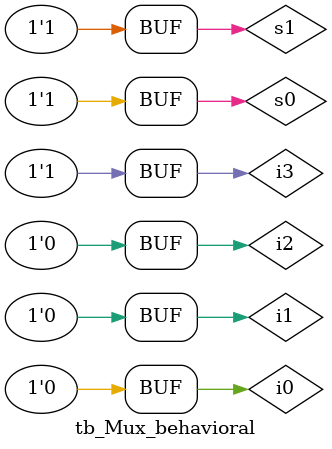
<source format=v>
`timescale 1ns / 1ps


module tb_Mux_behavioral;

// Inputs to be defined as registers
reg s1;
reg s0;
reg i0;
reg i1;
reg i2;
reg i3;

// Outputs to be defined as wires
wire d;

// Instantiate the Unit Under Test (UUT)
Mux_behavioral uut (
    .s1(s1),
    .s0(s0),
    .i0(i0),
    .i1(i1),
    .i2(i2),
    .i3(i3),
    .d(d)
);

initial begin
// initialize inputs
s1 = 0;
s0 = 0;
i0 = 0;
i1 = 0;
i2 = 0;
i3 = 0;


// wait 50ns for global reset to finish 
#50;

s1 = 0;
s0 = 0;
i0 = 0;
i1 = 0;
i2 = 0;
i3 = 0;
#50;

s1 = 0;
s0 = 0;
i0 = 1;
i1 = 0;
i2 = 0;
i3 = 0;
#50;

s1 = 0;
s0 = 1;
i0 = 0;
i1 = 0;
i2 = 0;
i3 = 0;
#50;

s1 = 0;
s0 = 1;
i0 = 0;
i1 = 1;
i2 = 0;
i3 = 0;
#50;

s1 = 1;
s0 = 0;
i0 = 0;
i1 = 0;
i2 = 0;
i3 = 0;
#50;

s1 = 1;
s0 = 0;
i0 = 0;
i1 = 0;
i2 = 1;
i3 = 0;
#50;

s1 = 1;
s0 = 1;
i0 = 0;
i1 = 0;
i2 = 0;
i3 = 0;
#50;

s1 = 1;
s0 = 1;
i0 = 0;
i1 = 0;
i2 = 0;
i3 = 1;
#50;

end

endmodule

</source>
